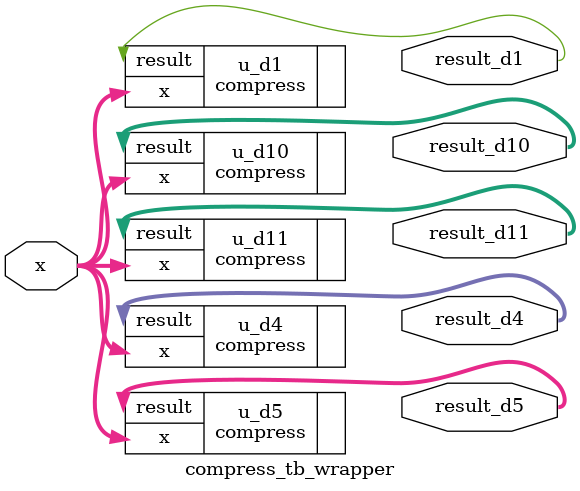
<source format=v>

module compress_tb_wrapper (
    input  wire [11:0] x,
    output wire [0:0]  result_d1,
    output wire [3:0]  result_d4,
    output wire [4:0]  result_d5,
    output wire [9:0]  result_d10,
    output wire [10:0] result_d11
);

    compress #(.D(1))  u_d1  (.x(x), .result(result_d1));
    compress #(.D(4))  u_d4  (.x(x), .result(result_d4));
    compress #(.D(5))  u_d5  (.x(x), .result(result_d5));
    compress #(.D(10)) u_d10 (.x(x), .result(result_d10));
    compress #(.D(11)) u_d11 (.x(x), .result(result_d11));

endmodule

</source>
